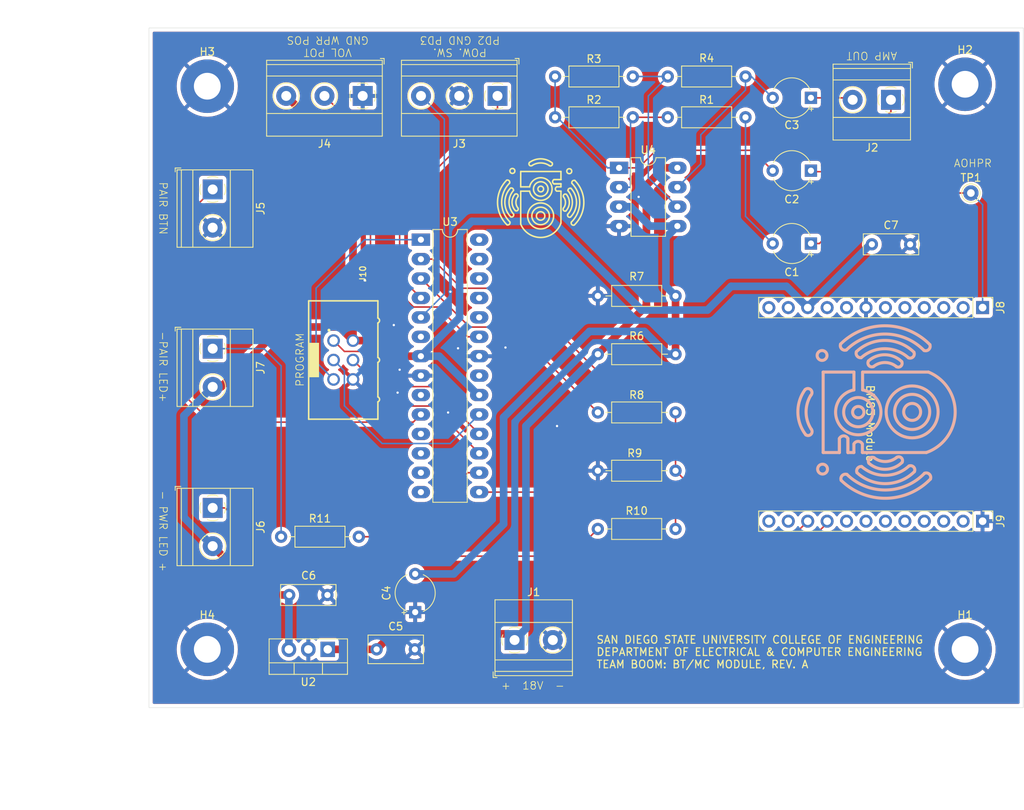
<source format=kicad_pcb>
(kicad_pcb (version 20240108) (generator "pcbnew") (generator_version "8.0")
  (layers (0 "F.Cu" signal) (31 "B.Cu" signal) (34 "B.Paste" user) (35 "F.Paste" user) (36 "B.SilkS" user "B.Silkscreen") (37 "F.SilkS" user "F.Silkscreen") (38 "B.Mask" user) (39 "F.Mask" user) (44 "Edge.Cuts" user))
  (net 0 "")
  (net 1 "Net-(C1-Pad2)")
  (net 2 "AOHPR")
  (net 3 "Net-(J2-Pin_1)")
  (net 4 "Net-(C2-Pad2)")
  (net 5 "Net-(C3-Pad2)")
  (net 6 "Net-(J2-Pin_2)")
  (net 7 "GND")
  (net 8 "8V")
  (net 9 "18V")
  (net 10 "5V")
  (net 11 "Net-(J3-Pin_1)")
  (net 12 "Net-(J3-Pin_3)")
  (net 13 "Net-(J4-Pin_2)")
  (net 14 "Net-(J5-Pin_1)")
  (net 15 "Net-(J6-Pin_1)")
  (net 16 "Net-(J7-Pin_1)")
  (net 17 "/AIR")
  (net 20 "AOHPM")
  (net 21 "/P3_2")
  (net 23 "/SYS_PWR")
  (net 25 "/AIL")
  (net 27 "/RST_IN")
  (net 28 "/P3_4{slash}UART_RTS")
  (net 29 "BM83 Rx")
  (net 31 "BM83 Tx")
  (net 33 "/P2_7")
  (net 36 "/P0_5")
  (net 37 "Net-(U4A--)")
  (net 38 "Net-(U4B--)")
  (net 39 "Net-(U3-PB1)")
  (net 40 "Net-(U3-PB2)")
  (net 43 "Atmega TX")
  (net 45 "{slash}RESET")
  (net 47 "MISO")
  (net 48 "SCK")
  (net 55 "MOSI")
  (footprint "Capacitor_THT:C_Rect_L7.0mm_W2.5mm_P5.00mm" (layer "F.Cu") (at 145.3 91.8)
    (property "Reference" "C7" (at 2.5 -2.5 360) (layer "F.SilkS"))
    (property "Value" "0.1uF")
    (pad "1" thru_hole circle (at 0 0) (size 1.6 1.6) (drill 0.8) (layers "*.Cu" "*.Mask") (net 10 "5V"))
    (pad "2" thru_hole circle (at 5 0) (size 1.6 1.6) (drill 0.8) (layers "*.Cu" "*.Mask") (net 7 "GND"))
  )
  (footprint "MountingHole:MountingHole_3.5mm_Pad" (layer "F.Cu") (at 157.48 70.866)
    (property "Reference" "H2" (at 0 -4.5 0) (layer "F.SilkS"))
    (property "Value" "MountingHole_Pad")
    (pad "1" thru_hole circle (at 0 0) (size 7 7) (drill 3.5) (layers "*.Cu" "*.Mask") (net 7 "GND"))
  )
  (footprint "TerminalBlock_Phoenix:TerminalBlock_Phoenix_MKDS-1,5-3_1x03_P5.00mm_Horizontal" (layer "F.Cu") (at 96.36 72.39 180)
    (property "Reference" "J3" (at 5 -6.26 0) (layer "F.SilkS"))
    (property "Value" "PWR SW")
    (pad "1" thru_hole rect (at 0 0 180) (size 2.6 2.6) (drill 1.3) (layers "*.Cu" "*.Mask") (net 11 "Net-(J3-Pin_1)"))
    (pad "2" thru_hole circle (at 5 0 180) (size 2.6 2.6) (drill 1.3) (layers "*.Cu" "*.Mask") (net 7 "GND"))
    (pad "3" thru_hole circle (at 10 0 180) (size 2.6 2.6) (drill 1.3) (layers "*.Cu" "*.Mask") (net 12 "Net-(J3-Pin_3)"))
  )
  (footprint "TerminalBlock_Phoenix:TerminalBlock_Phoenix_MKDS-1,5-2_1x02_P5.00mm_Horizontal" (layer "F.Cu") (at 98.592 143.561)
    (property "Reference" "J1" (at 2.5 -6.26 0) (layer "F.SilkS"))
    (property "Value" "18V")
    (pad "1" thru_hole rect (at 0 0) (size 2.6 2.6) (drill 1.3) (layers "*.Cu" "*.Mask") (net 9 "18V"))
    (pad "2" thru_hole circle (at 5 0) (size 2.6 2.6) (drill 1.3) (layers "*.Cu" "*.Mask") (net 7 "GND"))
  )
  (footprint "Capacitor_THT:CP_Radial_Tantal_D5.0mm_P5.00mm" (layer "F.Cu") (at 137.334 72.644 180)
    (property "Reference" "C3" (at 2.5 -3.556 0) (layer "F.SilkS"))
    (property "Value" "10uF")
    (pad "1" thru_hole rect (at 0 0 180) (size 1.6 1.6) (drill 0.8) (layers "*.Cu" "*.Mask") (net 6 "Net-(J2-Pin_2)"))
    (pad "2" thru_hole circle (at 5 0 180) (size 1.6 1.6) (drill 0.8) (layers "*.Cu" "*.Mask") (net 5 "Net-(C3-Pad2)"))
  )
  (footprint "Resistor_THT:R_Axial_DIN0207_L6.3mm_D2.5mm_P10.16mm_Horizontal" (layer "F.Cu") (at 119.634 121.412 180)
    (property "Reference" "R9" (at 5.334 2.286 0) (layer "F.SilkS"))
    (property "Value" "1.96k")
    (pad "1" thru_hole circle (at 0 0 180) (size 1.6 1.6) (drill 0.8) (layers "*.Cu" "*.Mask") (net 29 "BM83 Rx"))
    (pad "2" thru_hole oval (at 10.16 0 180) (size 1.6 1.6) (drill 0.8) (layers "*.Cu" "*.Mask") (net 7 "GND"))
  )
  (footprint "Capacitor_THT:CP_Radial_Tantal_D5.0mm_P5.00mm" (layer "F.Cu") (at 137.334 91.694 180)
    (property "Reference" "C1" (at 2.5 -3.75 0) (layer "F.SilkS"))
    (property "Value" "10uF")
    (pad "1" thru_hole rect (at 0 0 180) (size 1.6 1.6) (drill 0.8) (layers "*.Cu" "*.Mask") (net 2 "AOHPR"))
    (pad "2" thru_hole circle (at 5 0 180) (size 1.6 1.6) (drill 0.8) (layers "*.Cu" "*.Mask") (net 1 "Net-(C1-Pad2)"))
  )
  (footprint "Resistor_THT:R_Axial_DIN0207_L6.3mm_D2.5mm_P10.16mm_Horizontal" (layer "F.Cu") (at 114.046 75.184 180)
    (property "Reference" "R2" (at 5.08 2.286 0) (layer "F.SilkS"))
    (property "Value" "4.7k")
    (pad "1" thru_hole circle (at 0 0 180) (size 1.6 1.6) (drill 0.8) (layers "*.Cu" "*.Mask") (net 37 "Net-(U4A--)"))
    (pad "2" thru_hole oval (at 10.16 0 180) (size 1.6 1.6) (drill 0.8) (layers "*.Cu" "*.Mask") (net 4 "Net-(C2-Pad2)"))
  )
  (footprint "Connector_PinHeader_2.54mm:PinHeader_1x12_P2.54mm_Vertical" (layer "F.Cu") (at 159.771 100.076 -90)
    (property "Reference" "J8" (at 0 -2.33 90) (layer "F.SilkS"))
    (property "Value" "Conn_01x12")
    (pad "1" thru_hole rect (at 0 0 270) (size 1.7 1.7) (drill 1) (layers "*.Cu" "*.Mask") (net 2 "AOHPR"))
    (pad "2" thru_hole oval (at 0 2.54 270) (size 1.7 1.7) (drill 1) (layers "*.Cu" "*.Mask") (net 20 "AOHPM"))
    (pad "3" thru_hole oval (at 0 5.08 270) (size 1.7 1.7) (drill 1) (layers "*.Cu" "*.Mask"))
    (pad "4" thru_hole oval (at 0 7.62 270) (size 1.7 1.7) (drill 1) (layers "*.Cu" "*.Mask"))
    (pad "5" thru_hole oval (at 0 10.16 270) (size 1.7 1.7) (drill 1) (layers "*.Cu" "*.Mask") (net 17 "/AIR"))
    (pad "6" thru_hole oval (at 0 12.7 270) (size 1.7 1.7) (drill 1) (layers "*.Cu" "*.Mask") (net 25 "/AIL"))
    (pad "7" thru_hole oval (at 0 15.24 270) (size 1.7 1.7) (drill 1) (layers "*.Cu" "*.Mask") (net 7 "GND"))
    (pad "8" thru_hole oval (at 0 17.78 270) (size 1.7 1.7) (drill 1) (layers "*.Cu" "*.Mask") (net 21 "/P3_2"))
    (pad "9" thru_hole oval (at 0 20.32 270) (size 1.7 1.7) (drill 1) (layers "*.Cu" "*.Mask"))
    (pad "10" thru_hole oval (at 0 22.86 270) (size 1.7 1.7) (drill 1) (layers "*.Cu" "*.Mask") (net 10 "5V"))
    (pad "11" thru_hole oval (at 0 25.4 270) (size 1.7 1.7) (drill 1) (layers "*.Cu" "*.Mask") (net 23 "/SYS_PWR"))
    (pad "12" thru_hole oval (at 0 27.94 270) (size 1.7 1.7) (drill 1) (layers "*.Cu" "*.Mask"))
  )
  (footprint "TerminalBlock_Phoenix:TerminalBlock_Phoenix_MKDS-1,5-2_1x02_P5.00mm_Horizontal" (layer "F.Cu") (at 59.131 105.45 -90)
    (property "Reference" "J7" (at 2.5 -6.26 90) (layer "F.SilkS"))
    (property "Value" "Pair LED")
    (pad "1" thru_hole rect (at 0 0 270) (size 2.6 2.6) (drill 1.3) (layers "*.Cu" "*.Mask") (net 16 "Net-(J7-Pin_1)"))
    (pad "2" thru_hole circle (at 5 0 270) (size 2.6 2.6) (drill 1.3) (layers "*.Cu" "*.Mask") (net 10 "5V"))
  )
  (footprint "TerminalBlock_Phoenix:TerminalBlock_Phoenix_MKDS-1,5-2_1x02_P5.00mm_Horizontal" (layer "F.Cu") (at 147.788 72.898 180)
    (property "Reference" "J2" (at 2.5 -6.26 0) (layer "F.SilkS"))
    (property "Value" "Out to Amp")
    (pad "1" thru_hole rect (at 0 0 180) (size 2.6 2.6) (drill 1.3) (layers "*.Cu" "*.Mask") (net 3 "Net-(J2-Pin_1)"))
    (pad "2" thru_hole circle (at 5 0 180) (size 2.6 2.6) (drill 1.3) (layers "*.Cu" "*.Mask") (net 6 "Net-(J2-Pin_2)"))
  )
  (footprint "Capacitor_THT:CP_Radial_Tantal_D5.0mm_P5.00mm" (layer "F.Cu") (at 137.334 82.169 180)
    (property "Reference" "C2" (at 2.5 -3.75 0) (layer "F.SilkS"))
    (property "Value" "10uF")
    (pad "1" thru_hole rect (at 0 0 180) (size 1.6 1.6) (drill 0.8) (layers "*.Cu" "*.Mask") (net 3 "Net-(J2-Pin_1)"))
    (pad "2" thru_hole circle (at 5 0 180) (size 1.6 1.6) (drill 0.8) (layers "*.Cu" "*.Mask") (net 4 "Net-(C2-Pad2)"))
  )
  (footprint "MountingHole:MountingHole_3.5mm_Pad" (layer "F.Cu") (at 157.48 144.78)
    (property "Reference" "H1" (at 0 -4.5 0) (layer "F.SilkS"))
    (property "Value" "MountingHole_Pad")
    (pad "1" thru_hole circle (at 0 0) (size 7 7) (drill 3.5) (layers "*.Cu" "*.Mask") (net 7 "GND"))
  )
  (footprint "MountingHole:MountingHole_3.5mm_Pad" (layer "F.Cu") (at 58.42 144.78)
    (property "Reference" "H4" (at 0 -4.5 0) (layer "F.SilkS"))
    (property "Value" "MountingHole_Pad")
    (pad "1" thru_hole circle (at 0 0) (size 7 7) (drill 3.5) (layers "*.Cu" "*.Mask") (net 7 "GND"))
  )
  (footprint "TerminalBlock_Phoenix:TerminalBlock_Phoenix_MKDS-1,5-2_1x02_P5.00mm_Horizontal" (layer "F.Cu") (at 59.131 84.622 -90)
    (property "Reference" "J5" (at 2.5 -6.26 90) (layer "F.SilkS"))
    (property "Value" "Pairing BTN")
    (pad "1" thru_hole rect (at 0 0 270) (size 2.6 2.6) (drill 1.3) (layers "*.Cu" "*.Mask") (net 14 "Net-(J5-Pin_1)"))
    (pad "2" thru_hole circle (at 5 0 270) (size 2.6 2.6) (drill 1.3) (layers "*.Cu" "*.Mask") (net 7 "GND"))
  )
  (footprint "Package_DIP:DIP-8_W7.62mm_LongPads" (layer "F.Cu") (at 112.253 81.798)
    (property "Reference" "U4" (at 3.81 -2.33 0) (layer "F.SilkS"))
    (property "Value" "LF353N")
    (pad "1" thru_hole rect (at 0 0) (size 2.4 1.6) (drill 0.8) (layers "*.Cu" "*.Mask") (net 4 "Net-(C2-Pad2)"))
    (pad "2" thru_hole oval (at 0 2.54) (size 2.4 1.6) (drill 0.8) (layers "*.Cu" "*.Mask") (net 37 "Net-(U4A--)"))
    (pad "3" thru_hole oval (at 0 5.08) (size 2.4 1.6) (drill 0.8) (layers "*.Cu" "*.Mask") (net 8 "8V"))
    (pad "4" thru_hole oval (at 0 7.62) (size 2.4 1.6) (drill 0.8) (layers "*.Cu" "*.Mask") (net 7 "GND"))
    (pad "5" thru_hole oval (at 7.62 7.62) (size 2.4 1.6) (drill 0.8) (layers "*.Cu" "*.Mask") (net 8 "8V"))
    (pad "6" thru_hole oval (at 7.62 5.08) (size 2.4 1.6) (drill 0.8) (layers "*.Cu" "*.Mask") (net 38 "Net-(U4B--)"))
    (pad "7" thru_hole oval (at 7.62 2.54) (size 2.4 1.6) (drill 0.8) (layers "*.Cu" "*.Mask") (net 5 "Net-(C3-Pad2)"))
    (pad "8" thru_hole oval (at 7.62 0) (size 2.4 1.6) (drill 0.8) (layers "*.Cu" "*.Mask") (net 9 "18V"))
  )
  (footprint "Z_Custom_Footprints:ICE_Header" (layer "F.Cu") (at 76.2 106.934 -90)
    (property "Reference" "J10" (at -11.27 -2.561 90) (layer "F.SilkS") (effects (font (size 0.8 0.8))))
    (property "Value" "ICE Header")
    (property "VALUE" "61200621621" (hide yes))
    (pad "1" thru_hole circle (at -2.54 1.27 270) (size 1.65 1.65) (drill 1.1) (layers "*.Cu" "*.Mask") (net 47 "MISO"))
    (pad "2" thru_hole circle (at -2.54 -1.27 270) (size 1.65 1.65) (drill 1.1) (layers "*.Cu" "*.Mask") (net 10 "5V"))
    (pad "3" thru_hole circle (at 0 1.27 270) (size 1.65 1.65) (drill 1.1) (layers "*.Cu" "*.Mask") (net 48 "SCK"))
    (pad "4" thru_hole circle (at 0 -1.27 270) (size 1.65 1.65) (drill 1.1) (layers "*.Cu" "*.Mask") (net 55 "MOSI"))
    (pad "5" thru_hole circle (at 2.54 1.27 270) (size 1.65 1.65) (drill 1.1) (layers "*.Cu" "*.Mask") (net 45 "{slash}RESET"))
    (pad "6" thru_hole circle (at 2.54 -1.27 270) (size 1.65 1.65) (drill 1.1) (layers "*.Cu" "*.Mask") (net 7 "GND"))
  )
  (footprint "Capacitor_THT:CP_Radial_Tantal_D5.0mm_P5.00mm" (layer "F.Cu") (at 85.598 139.914 90)
    (property "Reference" "C4" (at 2.5 -3.75 90) (layer "F.SilkS"))
    (property "Value" "10uF")
    (pad "1" thru_hole rect (at 0 0 90) (size 1.6 1.6) (drill 0.8) (layers "*.Cu" "*.Mask") (net 7 "GND"))
    (pad "2" thru_hole circle (at 5 0 90) (size 1.6 1.6) (drill 0.8) (layers "*.Cu" "*.Mask") (net 8 "8V"))
  )
  (footprint "Resistor_THT:R_Axial_DIN0207_L6.3mm_D2.5mm_P10.16mm_Horizontal" (layer "F.Cu") (at 109.474 129.032)
    (property "Reference" "R10" (at 5.08 -2.37 0) (layer "F.SilkS"))
    (property "Value" "100")
    (pad "1" thru_hole circle (at 0 0) (size 1.6 1.6) (drill 0.8) (layers "*.Cu" "*.Mask") (net 15 "Net-(J6-Pin_1)"))
    (pad "2" thru_hole oval (at 10.16 0) (size 1.6 1.6) (drill 0.8) (layers "*.Cu" "*.Mask") (net 39 "Net-(U3-PB1)"))
  )
  (footprint "Resistor_THT:R_Axial_DIN0207_L6.3mm_D2.5mm_P10.16mm_Horizontal" (layer "F.Cu") (at 128.778 75.184 180)
    (property "Reference" "R1" (at 5.08 2.286 0) (layer "F.SilkS"))
    (property "Value" "1k")
    (pad "1" thru_hole circle (at 0 0 180) (size 1.6 1.6) (drill 0.8) (layers "*.Cu" "*.Mask") (net 1 "Net-(C1-Pad2)"))
    (pad "2" thru_hole oval (at 10.16 0 180) (size 1.6 1.6) (drill 0.8) (layers "*.Cu" "*.Mask") (net 37 "Net-(U4A--)"))
  )
  (footprint "Resistor_THT:R_Axial_DIN0207_L6.3mm_D2.5mm_P10.16mm_Horizontal" (layer "F.Cu") (at 119.634 98.552 180)
    (property "Reference" "R7" (at 5.08 2.54 0) (layer "F.SilkS"))
    (property "Value" "12k")
    (pad "1" thru_hole circle (at 0 0 180) (size 1.6 1.6) (drill 0.8) (layers "*.Cu" "*.Mask") (net 8 "8V"))
    (pad "2" thru_hole oval (at 10.16 0 180) (size 1.6 1.6) (drill 0.8) (layers "*.Cu" "*.Mask") (net 7 "GND"))
  )
  (footprint "Package_DIP:DIP-28_W7.62mm_LongPads" (layer "F.Cu") (at 86.345 91.196)
    (property "Reference" "U3" (at 3.81 -2.33 0) (layer "F.SilkS"))
    (property "Value" "ATmega328P-P")
    (pad "1" thru_hole rect (at 0 0) (size 2.4 1.6) (drill 0.8) (layers "*.Cu" "*.Mask") (net 45 "{slash}RESET"))
    (pad "2" thru_hole oval (at 0 2.54) (size 2.4 1.6) (drill 0.8) (layers "*.Cu" "*.Mask") (net 31 "BM83 Tx"))
    (pad "3" thru_hole oval (at 0 5.08) (size 2.4 1.6) (drill 0.8) (layers "*.Cu" "*.Mask") (net 43 "Atmega TX"))
    (pad "4" thru_hole oval (at 0 7.62) (size 2.4 1.6) (drill 0.8) (layers "*.Cu" "*.Mask") (net 11 "Net-(J3-Pin_1)"))
    (pad "5" thru_hole oval (at 0 10.16) (size 2.4 1.6) (drill 0.8) (layers "*.Cu" "*.Mask") (net 12 "Net-(J3-Pin_3)"))
    (pad "6" thru_hole oval (at 0 12.7) (size 2.4 1.6) (drill 0.8) (layers "*.Cu" "*.Mask"))
    (pad "7" thru_hole oval (at 0 15.24) (size 2.4 1.6) (drill 0.8) (layers "*.Cu" "*.Mask") (net 10 "5V"))
    (pad "8" thru_hole oval (at 0 17.78) (size 2.4 1.6) (drill 0.8) (layers "*.Cu" "*.Mask") (net 7 "GND"))
    (pad "9" thru_hole oval (at 0 20.32) (size 2.4 1.6) (drill 0.8) (layers "*.Cu" "*.Mask"))
    (pad "10" thru_hole oval (at 0 22.86) (size 2.4 1.6) (drill 0.8) (layers "*.Cu" "*.Mask") (net 14 "Net-(J5-Pin_1)"))
    (pad "11" thru_hole oval (at 0 25.4) (size 2.4 1.6) (drill 0.8) (layers "*.Cu" "*.Mask"))
    (pad "12" thru_hole oval (at 0 27.94) (size 2.4 1.6) (drill 0.8) (layers "*.Cu" "*.Mask"))
    (pad "13" thru_hole oval (at 0 30.48) (size 2.4 1.6) (drill 0.8) (layers "*.Cu" "*.Mask"))
    (pad "14" thru_hole oval (at 0 33.02) (size 2.4 1.6) (drill 0.8) (layers "*.Cu" "*.Mask"))
    (pad "15" thru_hole oval (at 7.62 33.02) (size 2.4 1.6) (drill 0.8) (layers "*.Cu" "*.Mask") (net 39 "Net-(U3-PB1)"))
    (pad "16" thru_hole oval (at 7.62 30.48) (size 2.4 1.6) (drill 0.8) (layers "*.Cu" "*.Mask") (net 40 "Net-(U3-PB2)"))
    (pad "17" thru_hole oval (at 7.62 27.94) (size 2.4 1.6) (drill 0.8) (layers "*.Cu" "*.Mask") (net 55 "MOSI"))
    (pad "18" thru_hole oval (at 7.62 25.4) (size 2.4 1.6) (drill 0.8) (layers "*.Cu" "*.Mask") (net 47 "MISO"))
    (pad "19" thru_hole oval (at 7.62 22.86) (size 2.4 1.6) (drill 0.8) (layers "*.Cu" "*.Mask") (net 48 "SCK"))
    (pad "20" thru_hole oval (at 7.62 20.32) (size 2.4 1.6) (drill 0.8) (layers "*.Cu" "*.Mask") (net 10 "5V"))
    (pad "21" thru_hole oval (at 7.62 17.78) (size 2.4 1.6) (drill 0.8) (layers "*.Cu" "*.Mask"))
    (pad "22" thru_hole oval (at 7.62 15.24) (size 2.4 1.6) (drill 0.8) (layers "*.Cu" "*.Mask") (net 7 "GND"))
    (pad "23" thru_hole oval (at 7.62 12.7) (size 2.4 1.6) (drill 0.8) (layers "*.Cu" "*.Mask") (net 13 "Net-(J4-Pin_2)"))
    (pad "24" thru_hole oval (at 7.62 10.16) (size 2.4 1.6) (drill 0.8) (layers "*.Cu" "*.Mask"))
    (pad "25" thru_hole oval (at 7.62 7.62) (size 2.4 1.6) (drill 0.8) (layers "*.Cu" "*.Mask"))
    (pad "26" thru_hole oval (at 7.62 5.08) (size 2.4 1.6) (drill 0.8) (layers "*.Cu" "*.Mask"))
    (pad "27" thru_hole oval (at 7.62 2.54) (size 2.4 1.6) (drill 0.8) (layers "*.Cu" "*.Mask"))
    (pad "28" thru_hole oval (at 7.62 0) (size 2.4 1.6) (drill 0.8) (layers "*.Cu" "*.Mask"))
  )
  (footprint "Resistor_THT:R_Axial_DIN0207_L6.3mm_D2.5mm_P10.16mm_Horizontal" (layer "F.Cu") (at 118.618 69.85)
    (property "Reference" "R4" (at 5.08 -2.391 0) (layer "F.SilkS"))
    (property "Value" "10k")
    (pad "1" thru_hole circle (at 0 0) (size 1.6 1.6) (drill 0.8) (layers "*.Cu" "*.Mask") (net 38 "Net-(U4B--)"))
    (pad "2" thru_hole oval (at 10.16 0) (size 1.6 1.6) (drill 0.8) (layers "*.Cu" "*.Mask") (net 5 "Net-(C3-Pad2)"))
  )
  (footprint "Capacitor_THT:C_Rect_L7.0mm_W3.5mm_P5.00mm" (layer "F.Cu") (at 80.558 144.78)
    (property "Reference" "C5" (at 2.5 -3 0) (layer "F.SilkS"))
    (property "Value" "0.22uF")
    (pad "1" thru_hole circle (at 0 0) (size 1.6 1.6) (drill 0.8) (layers "*.Cu" "*.Mask") (net 9 "18V"))
    (pad "2" thru_hole circle (at 5 0) (size 1.6 1.6) (drill 0.8) (layers "*.Cu" "*.Mask") (net 7 "GND"))
  )
  (footprint "Resistor_THT:R_Axial_DIN0207_L6.3mm_D2.5mm_P10.16mm_Horizontal" (layer "F.Cu") (at 109.474 113.792)
    (property "Reference" "R8" (at 5.08 -2.286 0) (layer "F.SilkS"))
    (property "Value" "1k")
    (pad "1" thru_hole circle (at 0 0) (size 1.6 1.6) (drill 0.8) (layers "*.Cu" "*.Mask") (net 43 "Atmega TX"))
    (pad "2" thru_hole oval (at 10.16 0) (size 1.6 1.6) (drill 0.8) (layers "*.Cu" "*.Mask") (net 29 "BM83 Rx"))
  )
  (footprint "MountingHole:MountingHole_3.5mm_Pad" (layer "F.Cu") (at 58.42 71.12)
    (property "Reference" "H3" (at 0 -4.5 0) (layer "F.SilkS"))
    (property "Value" "MountingHole_Pad")
    (pad "1" thru_hole circle (at 0 0) (size 7 7) (drill 3.5) (layers "*.Cu" "*.Mask") (net 7 "GND"))
  )
  (footprint "Connector_PinHeader_2.54mm:PinHeader_1x12_P2.54mm_Vertical" (layer "F.Cu") (at 159.771 128.016 -90)
    (property "Reference" "J9" (at 0 -2.33 90) (layer "F.SilkS"))
    (property "Value" "Conn_01x12")
    (pad "1" thru_hole rect (at 0 0 270) (size 1.7 1.7) (drill 1) (layers "*.Cu" "*.Mask") (net 7 "GND"))
    (pad "2" thru_hole oval (at 0 2.54 270) (size 1.7 1.7) (drill 1) (layers "*.Cu" "*.Mask") (net 27 "/RST_IN"))
    (pad "3" thru_hole oval (at 0 5.08 270) (size 1.7 1.7) (drill 1) (layers "*.Cu" "*.Mask") (net 33 "/P2_7"))
    (pad "4" thru_hole oval (at 0 7.62 270) (size 1.7 1.7) (drill 1) (layers "*.Cu" "*.Mask") (net 36 "/P0_5"))
    (pad "5" thru_hole oval (at 0 10.16 270) (size 1.7 1.7) (drill 1) (layers "*.Cu" "*.Mask"))
    (pad "6" thru_hole oval (at 0 12.7 270) (size 1.7 1.7) (drill 1) (layers "*.Cu" "*.Mask"))
    (pad "7" thru_hole oval (at 0 15.24 270) (size 1.7 1.7) (drill 1) (layers "*.Cu" "*.Mask") (net 28 "/P3_4{slash}UART_RTS"))
    (pad "8" thru_hole oval (at 0 17.78 270) (size 1.7 1.7) (drill 1) (layers "*.Cu" "*.Mask"))
    (pad "9" thru_hole oval (at 0 20.32 270) (size 1.7 1.7) (drill 1) (layers "*.Cu" "*.Mask") (net 31 "BM83 Tx"))
    (pad "10" thru_hole oval (at 0 22.86 270) (size 1.7 1.7) (drill 1) (layers "*.Cu" "*.Mask") (net 29 "BM83 Rx"))
    (pad "11" thru_hole oval (at 0 25.4 270) (size 1.7 1.7) (drill 1) (layers "*.Cu" "*.Mask"))
    (pad "12" thru_hole oval (at 0 27.94 270) (size 1.7 1.7) (drill 1) (layers "*.Cu" "*.Mask"))
  )
  (footprint "TerminalBlock_Phoenix:TerminalBlock_Phoenix_MKDS-1,5-2_1x02_P5.00mm_Horizontal" (layer "F.Cu") (at 59.131 126.278 -90)
    (property "Reference" "J6" (at 2.5 -6.26 90) (layer "F.SilkS"))
    (property "Value" "PWR LED")
    (pad "1" thru_hole rect (at 0 0 270) (size 2.6 2.6) (drill 1.3) (layers "*.Cu" "*.Mask") (net 15 "Net-(J6-Pin_1)"))
    (pad "2" thru_hole circle (at 5 0 270) (size 2.6 2.6) (drill 1.3) (layers "*.Cu" "*.Mask") (net 10 "5V"))
  )
  (footprint "Resistor_THT:R_Axial_DIN0207_L6.3mm_D2.5mm_P10.16mm_Horizontal" (layer "F.Cu") (at 68.072 130.048)
    (property "Reference" "R11" (at 5.08 -2.37 0) (layer "F.SilkS"))
    (property "Value" "100")
    (pad "1" thru_hole circle (at 0 0) (size 1.6 1.6) (drill 0.8) (layers "*.Cu" "*.Mask") (net 16 "Net-(J7-Pin_1)"))
    (pad "2" thru_hole oval (at 10.16 0) (size 1.6 1.6) (drill 0.8) (layers "*.Cu" "*.Mask") (net 40 "Net-(U3-PB2)"))
  )
  (footprint "TerminalBlock_Phoenix:TerminalBlock_Phoenix_MKDS-1,5-3_1x03_P5.00mm_Horizontal" (layer "F.Cu") (at 78.74 72.39 180)
    (property "Reference" "J4" (at 5 -6.26 0) (layer "F.SilkS"))
    (property "Value" "Volume POT")
    (pad "1" thru_hole rect (at 0 0 180) (size 2.6 2.6) (drill 1.3) (layers "*.Cu" "*.Mask") (net 7 "GND"))
    (pad "2" thru_hole circle (at 5 0 180) (size 2.6 2.6) (drill 1.3) (layers "*.Cu" "*.Mask") (net 13 "Net-(J4-Pin_2)"))
    (pad "3" thru_hole circle (at 10 0 180) (size 2.6 2.6) (drill 1.3) (layers "*.Cu" "*.Mask") (net 10 "5V"))
  )
  (footprint "TestPoint:TestPoint_THTPad_D2.0mm_Drill1.0mm" (layer "F.Cu") (at 158.242 85.09)
    (property "Reference" "TP1" (at 0 -1.998 0) (layer "F.SilkS"))
    (property "Value" "AOHPR")
    (pad "1" thru_hole circle (at 0 0) (size 2 2) (drill 1) (layers "*.Cu" "*.Mask") (net 2 "AOHPR"))
  )
  (footprint "Package_TO_SOT_THT:TO-220-3_Vertical" (layer "F.Cu") (at 74.168 144.78 180)
    (property "Reference" "U2" (at 2.54 -4.27 0) (layer "F.SilkS"))
    (property "Value" "LM7805_TO220")
    (pad "1" thru_hole rect (at 0 0 180) (size 1.905 2) (drill 1.1) (layers "*.Cu" "*.Mask") (net 9 "18V"))
    (pad "2" thru_hole oval (at 2.54 0 180) (size 1.905 2) (drill 1.1) (layers "*.Cu" "*.Mask") (net 7 "GND"))
    (pad "3" thru_hole oval (at 5.08 0 180) (size 1.905 2) (drill 1.1) (layers "*.Cu" "*.Mask") (net 10 "5V"))
  )
  (footprint "Capacitor_THT:C_Rect_L7.0mm_W2.5mm_P5.00mm" (layer "F.Cu") (at 69.128 137.668)
    (property "Reference" "C6" (at 2.54 -2.54 0) (layer "F.SilkS"))
    (property "Value" "0.1uF")
    (pad "1" thru_hole circle (at 0 0) (size 1.6 1.6) (drill 0.8) (layers "*.Cu" "*.Mask") (net 10 "5V"))
    (pad "2" thru_hole circle (at 5 0) (size 1.6 1.6) (drill 0.8) (layers "*.Cu" "*.Mask") (net 7 "GND"))
  )
  (footprint "Resistor_THT:R_Axial_DIN0207_L6.3mm_D2.5mm_P10.16mm_Horizontal" (layer "F.Cu") (at 114.046 69.85 180)
    (property "Reference" "R3" (at 5.08 2.286 0) (layer "F.SilkS"))
    (property "Value" "10k")
    (pad "1" thru_hole circle (at 0 0 180) (size 1.6 1.6) (drill 0.8) (layers "*.Cu" "*.Mask") (net 38 "Net-(U4B--)"))
    (pad "2" thru_hole oval (at 10.16 0 180) (size 1.6 1.6) (drill 0.8) (layers "*.Cu" "*.Mask") (net 4 "Net-(C2-Pad2)"))
  )
  (footprint "Resistor_THT:R_Axial_DIN0207_L6.3mm_D2.5mm_P10.16mm_Horizontal" (layer "F.Cu") (at 109.474 106.172)
    (property "Reference" "R6" (at 5.08 -2.37 0) (layer "F.SilkS"))
    (property "Value" "15k")
    (pad "1" thru_hole circle (at 0 0) (size 1.6 1.6) (drill 0.8) (layers "*.Cu" "*.Mask") (net 9 "18V"))
    (pad "2" thru_hole oval (at 10.16 0) (size 1.6 1.6) (drill 0.8) (layers "*.Cu" "*.Mask") (net 8 "8V"))
  )
  (gr_arc (start 150.794111 105.909759) (mid 150.686406 106.520636) (end 150.078452 106.643967) (stroke (width 0.4)) (layer "B.SilkS"))
  (gr_arc (start 152.8815 104.923872) (mid 152.741671 105.554341) (end 152.108481 105.681373) (stroke (width 0.4)) (layer "B.SilkS"))
  (gr_line (start 142.953716 110.843949) (end 142.953716 108.511315) (stroke (width 0.4)) (layer "B.SilkS"))
  (gr_line (start 152.69005 108.511315) (end 144.085627 108.511315) (stroke (width 0.4)) (layer "B.SilkS"))
  (gr_arc (start 152.178572 121.747072) (mid 147.143584 123.934409) (end 142.043643 121.903116) (stroke (width 0.4)) (layer "B.SilkS"))
  (gr_arc (start 141.972577 105.613765) (mid 147.0546 103.53805) (end 152.108481 105.681373) (stroke (width 0.4)) (layer "B.SilkS"))
  (gr_arc (start 137.355993 115.951912) (mid 137.345224 116.641012) (end 136.660091 116.715868) (stroke (width 0.4)) (layer "B.SilkS"))
  (gr_arc (start 145.529709 107.776815) (mid 147.013967 107.263895) (end 148.492593 107.792828) (stroke (width 0.4)) (layer "B.SilkS"))
  (gr_line (start 138.930369 108.511315) (end 138.930369 119.032421) (stroke (width 0.4)) (layer "B.SilkS"))
  (gr_arc (start 144.085627 110.843982) (mid 143.519499 116.714322) (end 142.953716 110.843949) (stroke (width 0.4)) (layer "B.SilkS"))
  (gr_line (start 141.053043 119.032421) (end 141.053043 117.204302) (stroke (width 0.4)) (layer "B.SilkS"))
  (gr_arc (start 152.178572 121.747072) (mid 152.812841 121.868564) (end 152.958171 122.497799) (stroke (width 0.4)) (layer "B.SilkS"))
  (gr_arc (start 136.563438 110.816967) (mid 137.312702 110.821995) (end 137.307666 111.571253) (stroke (width 0.4)) (layer "B.SilkS"))
  (gr_line (start 142.16364 119.032421) (end 142.947014 119.032421) (stroke (width 0.4)) (layer "B.SilkS"))
  (gr_circle (center 150.561811 113.721123) (end 150.561811 117.116624) (stroke (width 0.4)) (fill none) (layer "B.SilkS"))
  (gr_circle (center 150.561811 113.721123) (end 150.561811 116.018418) (stroke (width 0.4)) (fill none) (layer "B.SilkS"))
  (gr_circle (center 143.519541 113.751846) (end 143.519541 114.496537) (stroke (width 0.4)) (fill none) (layer "B.SilkS"))
  (gr_arc (start 148.544399 119.667247) (mid 147.070443 120.209061) (end 145.581767 119.709111) (stroke (width 0.4)) (layer "B.SilkS"))
  (gr_line (start 141.053043 117.204302) (end 141.053043 119.032421) (stroke (width 0.4)) (layer "B.SilkS"))
  (gr_arc (start 149.251822 120.317729) (mid 147.107223 121.224939) (end 144.91473 120.440528) (stroke (width 0.4)) (layer "B.SilkS"))
  (gr_line (start 142.16364 117.204302) (end 142.16364 119.032421) (stroke (width 0.4)) (layer "B.SilkS"))
  (gr_arc (start 141.972577 105.613765) (mid 141.346253 105.473208) (end 141.209731 104.846019) (stroke (width 0.4)) (layer "B.SilkS"))
  (gr_circle (center 138.851728 121.205208) (end 138.851728 121.850378) (stroke (width 0.4)) (fill none) (layer "B.SilkS"))
  (gr_arc (start 152.69005 108.511315) (mid 156.18773 113.86427) (end 152.422348 119.032421) (stroke (width 0.4)) (layer "B.SilkS"))
  (gr_line (start 144.057611 117.922791) (end 144.057611 119.032421) (stroke (width 0.4)) (layer "B.SilkS"))
  (gr_arc (start 150.862259 121.530163) (mid 147.132797 123.103503) (end 143.348963 121.66583) (stroke (width 0.4)) (layer "B.SilkS"))
  (gr_arc (start 141.287526 122.677488) (mid 141.418605 122.049146) (end 142.043643 121.903116) (stroke (width 0.4)) (layer "B.SilkS"))
  (gr_arc (start 144.91473 120.440528) (mid 144.970602 119.821602) (end 145.581767 119.709111) (stroke (width 0.4)) (layer "B.SilkS"))
  (gr_line (start 138.930369 119.032421) (end 141.053043 119.032421) (stroke (width 0.4)) (layer "B.SilkS"))
  (gr_line (start 142.16364 117.204303) (end 142.16364 119.032421) (stroke (width 0.4)) (layer "B.SilkS"))
  (gr_arc (start 150.140221 120.802227) (mid 147.066255 122.015473) (end 143.966205 120.870526) (stroke (width 0.4)) (layer "B.SilkS"))
  (gr_arc (start 144.856316 107.051246) (mid 147.041882 106.247738) (end 149.194314 107.136198) (stroke (width 0.4)) (layer "B.SilkS"))
  (gr_arc (start 136.660091 116.715868) (mid 135.62654 113.782562) (end 136.563438 110.816967) (stroke (width 0.4)) (layer "B.SilkS"))
  (gr_circle (center 150.561811 113.721123) (end 150.561811 114.828858) (stroke (width 0.4)) (fill none) (layer "B.SilkS"))
  (gr_arc (start 152.958171 122.497799) (mid 147.160246 125.016578) (end 141.287526 122.677488) (stroke (width 0.4)) (layer "B.SilkS"))
  (gr_arc (start 141.053043 117.204302) (mid 141.608344 116.857103) (end 142.16364 117.204303) (stroke (width 0.4)) (layer "B.SilkS"))
  (gr_arc (start 143.348963 121.66583) (mid 143.428707 121.090546) (end 143.966205 120.870526) (stroke (width 0.4)) (layer "B.SilkS"))
  (gr_line (start 142.947014 119.032421) (end 142.947014 117.922682) (stroke (width 0.4)) (layer "B.SilkS"))
  (gr_arc (start 143.279918 105.839652) (mid 147.051063 104.369016) (end 150.794111 105.909759) (stroke (width 0.4)) (layer "B.SilkS"))
  (gr_arc (start 149.194314 107.136198) (mid 149.091362 107.729471) (end 148.492593 107.792828) (stroke (width 0.4)) (layer "B.SilkS"))
  (gr_arc (start 137.355993 115.951912) (mid 136.698354 113.768571) (end 137.307666 111.571253) (stroke (width 0.4)) (layer "B.SilkS"))
  (gr_line (start 144.057611 119.032421) (end 152.422348 119.032421) (stroke (width 0.4)) (layer "B.SilkS"))
  (gr_arc (start 143.904075 106.629541) (mid 146.994018 105.457595) (end 150.078452 106.643967) (stroke (width 0.4)) (layer "B.SilkS"))
  (gr_arc (start 148.544399 119.667247) (mid 149.143698 119.725407) (end 149.251822 120.317729) (stroke (width 0.4)) (layer "B.SilkS"))
  (gr_arc (start 143.904075 106.629541) (mid 143.364671 106.414238) (end 143.279918 105.839652) (stroke (width 0.4)) (layer "B.SilkS"))
  (gr_arc (start 141.209731 104.846019) (mid 147.061818 102.455777) (end 152.8815 104.923872) (stroke (width 0.4)) (layer "B.SilkS"))
  (gr_arc (start 150.140221 120.802227) (mid 150.749227 120.920219) (end 150.862259 121.530163) (stroke (width 0.4)) (layer "B.SilkS"))
  (gr_line (start 144.085627 108.511315) (end 144.085627 110.843982) (stroke (width 0.4)) (layer "B.SilkS"))
  (gr_arc (start 145.529709 107.776815) (mid 144.917586 107.669649) (end 144.856316 107.051246) (stroke (width 0.4)) (layer "B.SilkS"))
  (gr_circle (center 138.786873 106.339497) (end 138.786873 106.984666) (stroke (width 0.4)) (fill none) (layer "B.SilkS"))
  (gr_arc (start 142.947014 117.922682) (mid 143.502347 117.575572) (end 144.057611 117.922791) (stroke (width 0.4)) (layer "B.SilkS"))
  (gr_line (start 142.953716 108.511315) (end 138.930369 108.511315) (stroke (width 0.4)) (layer "B.SilkS"))
  (gr_circle (center 143.519541 113.751846) (end 143.519541 115.663696) (stroke (width 0.4)) (fill none) (layer "B.SilkS"))
  (gr_line (start 104.652879 82.273391) (end 104.652879 83.334728) (stroke (width 0.2)) (layer "F.SilkS"))
  (gr_circle (center 102.012592 84.567977) (end 102.968517 84.567977) (stroke (width 0.2)) (fill none) (layer "F.SilkS"))
  (gr_circle (center 101.99723 88.089112) (end 103.145878 88.089112) (stroke (width 0.2)) (fill none) (layer "F.SilkS"))
  (gr_arc (start 106.475413 83.45197) (mid 107.644958 86.38833) (end 106.385569 89.287292) (stroke (width 0.2)) (layer "F.SilkS"))
  (gr_line (start 99.392326 84.85102) (end 100.558669 84.85102) (stroke (width 0.2)) (layer "F.SilkS"))
  (gr_arc (start 98.458652 87.847433) (mid 98.397019 88.15141) (end 98.091548 88.205262) (stroke (width 0.2)) (layer "F.SilkS"))
  (gr_arc (start 104.991224 85.59909) (mid 105.241192 86.343427) (end 104.970292 87.080406) (stroke (width 0.2)) (layer "F.SilkS"))
  (gr_circle (center 98.306417 82.201643) (end 98.629002 82.201643) (stroke (width 0.2)) (fill none) (layer "F.SilkS"))
  (gr_arc (start 100.558643 84.285065) (mid 103.49383 84.567956) (end 100.558669 84.85102) (stroke (width 0.2)) (layer "F.SilkS"))
  (gr_arc (start 106.385569 89.287292) (mid 106.070892 89.214644) (end 106.010205 88.897493) (stroke (width 0.2)) (layer "F.SilkS"))
  (gr_line (start 99.392326 89.153231) (end 99.392326 84.85102) (stroke (width 0.2)) (layer "F.SilkS"))
  (gr_arc (start 100.545152 81.089926) (mid 102.027948 80.621477) (end 103.494603 81.138253) (stroke (width 0.2)) (layer "F.SilkS"))
  (gr_line (start 100.558643 84.285065) (end 99.392326 84.285065) (stroke (width 0.2)) (layer "F.SilkS"))
  (gr_arc (start 105.571932 84.791309) (mid 106.144402 86.341334) (end 105.537782 87.878317) (stroke (width 0.2)) (layer "F.SilkS"))
  (gr_arc (start 106.088227 83.830029) (mid 106.161241 83.517509) (end 106.475413 83.45197) (stroke (width 0.2)) (layer "F.SilkS"))
  (gr_line (start 104.652879 83.890027) (end 104.652879 84.281714) (stroke (width 0.2)) (layer "F.SilkS"))
  (gr_line (start 103.73882 83.334728) (end 104.652879 83.334728) (stroke (width 0.2)) (layer "F.SilkS"))
  (gr_arc (start 105.571932 84.791309) (mid 105.681942 84.52256) (end 105.969584 84.482689) (stroke (width 0.2)) (layer "F.SilkS"))
  (gr_line (start 103.73882 83.890027) (end 104.652879 83.890027) (stroke (width 0.2)) (layer "F.SilkS"))
  (gr_arc (start 100.922295 81.46204) (mid 102.020951 81.157395) (end 103.112625 81.486204) (stroke (width 0.2)) (layer "F.SilkS"))
  (gr_arc (start 98.458652 87.847433) (mid 97.865465 86.305216) (end 98.451439 84.760244) (stroke (width 0.2)) (layer "F.SilkS"))
  (gr_arc (start 98.091548 88.205262) (mid 97.321178 86.333738) (end 98.056495 84.448166) (stroke (width 0.2)) (layer "F.SilkS"))
  (gr_arc (start 105.969584 84.482689) (mid 106.688418 86.374604) (end 105.90175 88.239336) (stroke (width 0.2)) (layer "F.SilkS"))
  (gr_line (start 104.652879 84.837013) (end 104.652879 89.019382) (stroke (width 0.2)) (layer "F.SilkS"))
  (gr_arc (start 97.598605 89.248957) (mid 96.364557 86.339117) (end 97.559679 83.413073) (stroke (width 0.2)) (layer "F.SilkS"))
  (gr_arc (start 104.098064 84.837013) (mid 103.924458 84.559362) (end 104.098064 84.281714) (stroke (width 0.2)) (layer "F.SilkS"))
  (gr_arc (start 104.652879 89.019382) (mid 102.068803 90.902072) (end 99.392326 89.153231) (stroke (width 0.2)) (layer "F.SilkS"))
  (gr_arc (start 106.088227 83.830029) (mid 107.103874 86.379999) (end 106.010205 88.897493) (stroke (width 0.2)) (layer "F.SilkS"))
  (gr_arc (start 103.73882 83.890027) (mid 103.565268 83.61239) (end 103.73882 83.334728) (stroke (width 0.2)) (layer "F.SilkS"))
  (gr_line (start 104.652879 84.281714) (end 104.098064 84.281714) (stroke (width 0.2)) (layer "F.SilkS"))
  (gr_circle (center 102.012592 84.567977) (end 102.384937 84.567977) (stroke (width 0.2)) (fill none) (layer "F.SilkS"))
  (gr_arc (start 105.295533 87.434118) (mid 104.999442 87.380039) (end 104.970292 87.080406) (stroke (width 0.2)) (layer "F.SilkS"))
  (gr_arc (start 104.991224 85.59909) (mid 105.047455 85.293454) (end 105.356933 85.265572) (stroke (width 0.2)) (layer "F.SilkS"))
  (gr_circle (center 101.99723 88.089112) (end 103.694981 88.089112) (stroke (width 0.2)) (fill none) (layer "F.SilkS"))
  (gr_line (start 103.73882 83.890027) (end 104.652879 83.890027) (stroke (width 0.2)) (layer "F.SilkS"))
  (gr_arc (start 103.494603 81.138253) (mid 103.457184 81.480737) (end 103.112625 81.486204) (stroke (width 0.2)) (layer "F.SilkS"))
  (gr_line (start 104.098064 84.837013) (end 104.652879 84.837013) (stroke (width 0.2)) (layer "F.SilkS"))
  (gr_circle (center 105.739273 82.234071) (end 106.061858 82.234071) (stroke (width 0.2)) (fill none) (layer "F.SilkS"))
  (gr_arc (start 99.033083 87.054504) (mid 99.001387 87.353872) (end 98.704768 87.405364) (stroke (width 0.2)) (layer "F.SilkS"))
  (gr_arc (start 97.977355 88.862448) (mid 96.905694 86.335507) (end 97.943552 83.794495) (stroke (width 0.2)) (layer "F.SilkS"))
  (gr_arc (start 98.056495 84.448166) (mid 98.343752 84.490556) (end 98.451439 84.760244) (stroke (width 0.2)) (layer "F.SilkS"))
  (gr_arc (start 97.559679 83.413073) (mid 97.873308 83.481328) (end 97.943552 83.794495) (stroke (width 0.2)) (layer "F.SilkS"))
  (gr_arc (start 105.356933 85.265572) (mid 105.749138 86.36182) (end 105.295533 87.434118) (stroke (width 0.2)) (layer "F.SilkS"))
  (gr_arc (start 97.977355 88.862448) (mid 97.913844 89.179076) (end 97.598605 89.248957) (stroke (width 0.2)) (layer "F.SilkS"))
  (gr_line (start 99.392326 84.285065) (end 99.392326 82.273391) (stroke (width 0.2)) (layer "F.SilkS"))
  (gr_line (start 104.652879 83.334728) (end 103.73882 83.334728) (stroke (width 0.2)) (layer "F.SilkS"))
  (gr_arc (start 99.033083 87.054504) (mid 98.76862 86.315192) (end 99.025077 85.573062) (stroke (width 0.2)) (layer "F.SilkS"))
  (gr_arc (start 98.704768 87.405364) (mid 98.260539 86.329148) (end 98.662292 85.236365) (stroke (width 0.2)) (layer "F.SilkS"))
  (gr_arc (start 105.90175 88.239336) (mid 105.596747 88.182842) (end 105.537782 87.878317) (stroke (width 0.2)) (layer "F.SilkS"))
  (gr_line (start 99.392326 82.273391) (end 104.652879 82.273391) (stroke (width 0.2)) (layer "F.SilkS"))
  (gr_arc (start 100.922295 81.46204) (mid 100.54764 81.464575) (end 100.545152 81.089926) (stroke (width 0.2)) (layer "F.SilkS"))
  (gr_arc (start 98.662292 85.236365) (mid 98.971465 85.267004) (end 99.025077 85.573062) (stroke (width 0.2)) (layer "F.SilkS"))
  (gr_circle (center 101.99723 88.089112) (end 102.551098 88.089112) (stroke (width 0.2)) (fill none) (layer "F.SilkS"))
  (gr_poly (pts (xy 50.8 152.4) (xy 165.1 152.4) (xy 165.1 63.5) (xy 50.8 63.5)) (stroke (width 0.05)) (fill none) (layer "Edge.Cuts"))
  (gr_text "PAIR BTN" (at 52.07 83.566 270) (layer "F.SilkS") (effects (font (size 1 1) (thickness 0.1)) (justify left bottom)))
  (gr_text "-PAIR LED+" (at 52.07 103.124 270) (layer "F.SilkS") (effects (font (size 1 1) (thickness 0.1)) (justify left bottom)))
  (gr_text "PROGRAM" (at 71.12 110.49 90) (layer "F.SilkS") (effects (font (size 1 1) (thickness 0.1)) (justify left bottom)))
  (gr_text "AOHPR" (at 155.956 81.788 0) (layer "F.SilkS") (effects (font (size 1 1) (thickness 0.1)) (justify left bottom)))
  (gr_text "AMP OUT" (at 145.288 66.548 180) (layer "F.SilkS") (effects (font (size 1 1) (thickness 0.1)) (justify bottom)))
  (gr_text "POW. SW.\nPD2 GND PD3" (at 91.44 64.516 180) (layer "F.SilkS") (effects (font (size 1 1) (thickness 0.1)) (justify bottom)))
  (gr_text "+  18V  - " (at 96.774 150.114 0) (layer "F.SilkS") (effects (font (size 1 1) (thickness 0.1)) (justify left bottom)))
  (gr_text "- PWR LED +" (at 52.07 123.952 -90) (layer "F.SilkS") (effects (font (size 1 1) (thickness 0.1)) (justify left bottom)))
  (gr_text "VOL POT\nGND WPR POS" (at 74.168 64.516 180) (layer "F.SilkS") (effects (font (size 1 1) (thickness 0.1)) (justify bottom)))
  (gr_text "BM83 Module" (at 144.5 110.1 -90) (layer "F.SilkS") (effects (font (size 1 1)) (justify left bottom)))
  (gr_text "SAN DIEGO STATE UNIVERSITY COLLEGE OF ENGINEERING\nDEPARTMENT OF ELECTRICAL & COMPUTER ENGINEERING\nTEAM BOOM: BT/MC MODULE, REV. A" (at 109.22 147.32 0) (layer "F.SilkS") (effects (font (size 1 1)) (justify left bottom)))
  (segment (start 128.778 75.184) (end 128.778 88.138) (width 0.2) (layer "B.Cu") (net 1))
  (segment (start 128.778 88.138) (end 132.334 91.694) (width 0.2) (layer "B.Cu") (net 1))
  (segment (start 145.0381 85.09) (end 138.4341 91.694) (width 0.2) (layer "F.Cu") (net 2))
  (segment (start 137.334 91.694) (end 138.4341 91.694) (width 0.2) (layer "F.Cu") (net 2))
  (segment (start 158.242 85.09) (end 145.0381 85.09) (width 0.2) (layer "F.Cu") (net 2))
  (segment (start 158.242 85.09) (end 159.771 86.619) (width 0.2) (layer "B.Cu") (net 2))
  (segment (start 159.771 86.619) (end 159.771 100.076) (width 0.2) (layer "B.Cu") (net 2))
  (segment (start 137.334 82.169) (end 137.461 82.296) (width 0.2) (layer "F.Cu") (net 3))
  (segment (start 137.461 82.296) (end 139.954 82.296) (width 0.2) (layer "F.Cu") (net 3))
  (segment (start 139.954 82.296) (end 147.788 74.462) (width 0.2) (layer "F.Cu") (net 3))
  (segment (start 147.788 74.462) (end 147.788 72.898) (width 0.2) (layer "F.Cu") (net 3))
  (segment (start 114.798 81.798) (end 117.094 79.502) (width 0.2) (layer "F.Cu") (net 4))
  (segment (start 112.253 81.798) (end 114.798 81.798) (width 0.2) (layer "F.Cu") (net 4))
  (segment (start 129.667 79.502) (end 132.334 82.169) (width 0.2) (layer "F.Cu") (net 4))
  (segment (start 117.094 79.502) (end 129.667 79.502) (width 0.2) (layer "F.Cu") (net 4))
  (segment (start 110.7529 81.798) (end 110.7529 81.7969) (width 0.2) (layer "B.Cu") (net 4))
  (segment (start 112.253 81.798) (end 110.7529 81.798) (width 0.2) (layer "B.Cu") (net 4))
  (segment (start 110.7529 81.7969) (end 104.14 75.184) (width 0.2) (layer "B.Cu") (net 4))
  (segment (start 103.886 69.85) (end 103.886 75.184) (width 0.2) (layer "B.Cu") (net 4))
  (segment (start 104.14 75.184) (end 103.886 75.184) (width 0.2) (layer "B.Cu") (net 4))
  (segment (start 119.873 84.338) (end 122.936 81.275) (width 0.2) (layer "B.Cu") (net 5))
  (segment (start 128.778 71.628) (end 128.778 69.85) (width 0.2) (layer "B.Cu") (net 5))
  (segment (start 132.334 72.644) (end 129.54 69.85) (width 0.2) (layer "B.Cu") (net 5))
  (segment (start 122.936 77.47) (end 128.778 71.628) (width 0.2) (layer "B.Cu") (net 5))
  (segment (start 122.936 81.275) (end 122.936 77.47) (width 0.2) (layer "B.Cu") (net 5))
  (segment (start 129.54 69.85) (end 128.778 69.85) (width 0.2) (layer "B.Cu") (net 5))
  (segment (start 142.788 72.898) (end 142.534 72.644) (width 0.2) (layer "F.Cu") (net 6))
  (segment (start 142.534 72.644) (end 137.334 72.644) (width 0.2) (layer "F.Cu") (net 6))
  (via (at 78.994 96.52) (size 0.6) (drill 0.3) (layers "F.Cu" "B.Cu") (net 7))
  (via (at 91.2 105.4) (size 0.6) (drill 0.3) (layers "F.Cu" "B.Cu") (net 7))
  (via (at 114.808 85.598) (size 0.6) (drill 0.3) (layers "F.Cu" "B.Cu") (net 7))
  (via (at 89.9 113.8) (size 0.6) (drill 0.3) (layers "F.Cu" "B.Cu") (net 7))
  (via (at 104.14 115.57) (size 0.6) (drill 0.3) (layers "F.Cu" "B.Cu") (net 7))
  (via (at 97.4 105.3) (size 0.6) (drill 0.3) (layers "F.Cu" "B.Cu") (net 7))
  (via (at 82.804 102.362) (size 0.6) (drill 0.3) (layers "F.Cu" "B.Cu") (net 7))
  (via (at 83.566 108.204) (size 0.6) (drill 0.3) (layers "F.Cu" "B.Cu") (net 7))
  (via (at 90.2 98) (size 0.6) (drill 0.3) (layers "F.Cu" "B.Cu") (net 7))
  (via (at 83.3 111.2) (size 0.6) (drill 0.3) (layers "F.Cu" "B.Cu") (net 7))
  (segment (start 119.634 106.172) (end 119.634 98.552) (width 1) (layer "F.Cu") (net 8))
  (segment (start 116.2931 89.418) (end 113.7531 86.878) (width 1) (layer "B.Cu") (net 8))
  (segment (start 118.5339 106.172) (end 119.634 106.172) (width 1) (layer "B.Cu") (net 8))
  (segment (start 97.161 128.391) (end 97.161 114.421) (width 1) (layer "B.Cu") (net 8))
  (segment (start 97.161 114.421) (end 108.382 103.2) (width 1) (layer "B.Cu") (net 8))
  (segment (start 113.7531 86.878) (end 112.253 86.878) (width 1) (layer "B.Cu") (net 8))
  (segment (start 118.3729 97.2909) (end 119.634 98.552) (width 1) (layer "B.Cu") (net 8))
  (segment (start 115.5619 103.2) (end 118.5339 106.172) (width 1) (layer "B.Cu") (net 8))
  (segment (start 118.3729 90.9181) (end 118.3729 97.2909) (width 1) (layer "B.Cu") (net 8))
  (segment (start 90.638 134.914) (end 97.161 128.391) (width 1) (layer "B.Cu") (net 8))
  (segment (start 119.873 89.418) (end 118.3729 90.9181) (width 1) (layer "B.Cu") (net 8))
  (segment (start 108.382 103.2) (end 115.5619 103.2) (width 1) (layer "B.Cu") (net 8))
  (segment (start 119.873 89.418) (end 116.2931 89.418) (width 1) (layer "B.Cu") (net 8))
  (segment (start 85.598 134.914) (end 90.638 134.914) (width 1) (layer "B.Cu") (net 8))
  (segment (start 74.168 144.78) (end 80.558 144.78) (width 1) (layer "F.Cu") (net 9))
  (segment (start 97.779 142.748) (end 98.592 143.561) (width 1) (layer "F.Cu") (net 9))
  (segment (start 80.558 144.78) (end 82.59 142.748) (width 1) (layer "F.Cu") (net 9))
  (segment (start 115.824 99.822) (end 115.824 84.074) (width 1) (layer "F.Cu") (net 9))
  (segment (start 118.1 81.798) (end 119.873 81.798) (width 1) (layer "F.Cu") (net 9))
  (segment (start 109.474 106.172) (end 115.824 99.822) (width 1) (layer "F.Cu") (net 9))
  (segment (start 82.59 142.748) (end 97.779 142.748) (width 1) (layer "F.Cu") (net 9))
  (segment (start 115.824 84.074) (end 118.1 81.798) (width 1) (layer "F.Cu") (net 9))
  (segment (start 100.076 115.57) (end 100.076 142.077) (width 1) (layer "B.Cu") (net 9))
  (segment (start 100.076 142.077) (end 98.592 143.561) (width 1) (layer "B.Cu") (net 9))
  (segment (start 109.474 106.172) (end 100.076 115.57) (width 1) (layer "B.Cu") (net 9))
  (segment (start 77.47 104.394) (end 77.47 81.12) (width 1) (layer "F.Cu") (net 10))
  (segment (start 69.128 137.668) (end 65.521 137.668) (width 1) (layer "F.Cu") (net 10))
  (segment (start 68.072 102.616) (end 75.692 102.616) (width 1) (layer "F.Cu") (net 10))
  (segment (start 59.131 110.45) (end 60.238 110.45) (width 1) (layer "F.Cu") (net 10))
  (segment (start 77.47 104.394) (end 80.772 104.394) (width 1) (layer "F.Cu") (net 10))
  (segment (start 75.692 102.616) (end 77.47 104.394) (width 1) (layer "F.Cu") (net 10))
  (segment (start 65.521 137.668) (end 59.131 131.278) (width 1) (layer "F.Cu") (net 10))
  (segment (start 77.47 81.12) (end 68.74 72.39) (width 1) (layer "F.Cu") (net 10))
  (segment (start 60.238 110.45) (end 68.072 102.616) (width 1) (layer "F.Cu") (net 10))
  (segment (start 82.814 106.436) (end 86.345 106.436) (width 1) (layer "F.Cu") (net 10))
  (segment (start 80.772 104.394) (end 82.814 106.436) (width 1) (layer "F.Cu") (net 10))
  (segment (start 145.1 91.8) (end 136.911 99.989) (width 1) (layer "B.Cu") (net 10))
  (segment (start 145.3 91.8) (end 145.1 91.8) (width 1) (layer "B.Cu") (net 10))
  (segment (start 126.9 97.3) (end 134.135 97.3) (width 1) (layer "B.Cu") (net 10))
  (segment (start 88.736 106.436) (end 86.345 106.436) (width 1) (layer "B.Cu") (net 10))
  (segment (start 69.128 137.668) (end 69.088 137.708) (width 1) (layer "B.Cu") (net 10))
  (segment (start 123.8 100.4) (end 126.9 97.3) (width 1) (layer "B.Cu") (net 10))
  (segment (start 91.4 90.4) (end 93 88.8) (width 1) (layer "B.Cu") (net 10))
  (segment (start 93 88.8) (end 103.6 88.8) (width 1) (layer "B.Cu") (net 10))
  (segment (start 93.965 111.516) (end 93.965 111.535) (width 1) (layer "B.Cu") (net 10))
  (segment (start 91.4 101.381) (end 91.4 90.4) (width 1) (layer "B.Cu") (net 10))
  (segment (start 93.9 111.6) (end 88.736 106.436) (width 1) (layer "B.Cu") (net 10))
  (segment (start 115.2 100.4) (end 123.8 100.4) (width 1) (layer "B.Cu") (net 10))
  (segment (start 93.965 111.535) (end 93.9 111.6) (width 1) (layer "B.Cu") (net 10))
  (segment (start 69.088 137.708) (end 69.088 144.78) (width 1) (layer "B.Cu") (net 10))
  (segment (start 134.135 97.3) (end 136.911 100.076) (width 1) (layer "B.Cu") (net 10))
  (segment (start 55.372 114.209) (end 59.131 110.45) (width 1) (layer "B.Cu") (net 10))
  (segment (start 136.911 99.989) (end 136.911 100.076) (width 1) (layer "B.Cu") (net 10))
  (segment (start 103.6 88.8) (end 115.2 100.4) (width 1) (layer "B.Cu") (net 10))
  (segment (start 86.345 106.436) (end 86.929365 106.436) (width 1) (layer "B.Cu") (net 10))
  (segment (start 86.345 106.436) (end 91.4 101.381) (width 1) (layer "B.Cu") (net 10))
  (segment (start 59.131 131.278) (end 55.372 127.519) (width 1) (layer "B.Cu") (net 10))
  (segment (start 55.372 127.519) (end 55.372 114.209) (width 1) (layer "B.Cu") (net 10))
  (segment (start 83.566 86.7841) (end 96.36 73.9901) (width 0.2) (layer "F.Cu") (net 11))
  (segment (start 83.566 96.037) (end 83.566 86.7841) (width 0.2) (layer "F.Cu") (net 11))
  (segment (start 96.36 73.9901) (end 96.36 72.39) (width 0.2) (layer "F.Cu") (net 11))
  (segment (start 86.345 98.816) (end 83.566 96.037) (width 0.2) (layer "F.Cu") (net 11))
  (segment (start 89.408 98.293) (end 89.408 75.438) (width 0.2) (layer "B.Cu") (net 12))
  (segment (start 86.345 101.356) (end 89.408 98.293) (width 0.2) (layer "B.Cu") (net 12))
  (segment (start 89.408 75.438) (end 86.36 72.39) (width 0.2) (layer "B.Cu") (net 12))
  (segment (start 88.5685 99.9996) (end 85.3766 99.9996) (width 0.2) (layer "F.Cu") (net 13))
  (segment (start 79.756 78.406) (end 73.74 72.39) (width 0.2) (layer "F.Cu") (net 13))
  (segment (start 92.4649 103.896) (end 88.5685 99.9996) (width 0.2) (layer "F.Cu") (net 13))
  (segment (start 79.756 94.379) (end 79.756 78.406) (width 0.2) (layer "F.Cu") (net 13))
  (segment (start 93.965 103.896) (end 92.4649 103.896) (width 0.2) (layer "F.Cu") (net 13))
  (segment (start 85.3766 99.9996) (end 79.756 94.379) (width 0.2) (layer "F.Cu") (net 13))
  (segment (start 55.88 87.873) (end 55.88 112.014) (width 0.2) (layer "F.Cu") (net 14))
  (segment (start 58.928 115.062) (end 85.339 115.062) (width 0.2) (layer "F.Cu") (net 14))
  (segment (start 55.88 112.014) (end 58.928 115.062) (width 0.2) (layer "F.Cu") (net 14))
  (segment (start 59.131 84.622) (end 55.88 87.873) (width 0.2) (layer "F.Cu") (net 14))
  (segment (start 85.339 115.062) (end 86.345 114.056) (width 0.2) (layer "F.Cu") (net 14))
  (segment (start 105.918 132.588) (end 109.474 129.032) (width 0.2) (layer "F.Cu") (net 15))
  (segment (start 67.0411 132.588) (end 105.918 132.588) (width 0.2) (layer "F.Cu") (net 15))
  (segment (start 59.131 126.278) (end 60.7311 126.278) (width 0.2) (layer "F.Cu") (net 15))
  (segment (start 60.7311 126.278) (end 67.0411 132.588) (width 0.2) (layer "F.Cu") (net 15))
  (segment (start 65.826 105.45) (end 68.072 107.696) (width 0.2) (layer "B.Cu") (net 16))
  (segment (start 59.131 105.45) (end 65.826 105.45) (width 0.2) (layer "B.Cu") (net 16))
  (segment (start 68.072 107.696) (end 68.072 130.048) (width 0.2) (layer "B.Cu") (net 16))
  (segment (start 119.634 113.792) (end 119.634 121.412) (width 0.2) (layer "F.Cu") (net 29))
  (segment (start 128.27 130.048) (end 119.634 121.412) (width 0.2) (layer "F.Cu") (net 29))
  (segment (start 134.879 130.048) (end 128.27 130.048) (width 0.2) (layer "F.Cu") (net 29))
  (segment (start 136.911 128.016) (end 134.879 130.048) (width 0.2) (layer "F.Cu") (net 29))
  (segment (start 135.89 131.826) (end 126.492 131.826) (width 0.2) (layer "F.Cu") (net 31))
  (segment (start 112.4012 111.3629) (end 98.5843 97.546) (width 0.2) (layer "F.Cu") (net 31))
  (segment (start 87.8451 93.736) (end 86.345 93.736) (width 0.2) (layer "F.Cu") (net 31))
  (segment (start 91.6551 97.546) (end 87.8451 93.736) (width 0.2) (layer "F.Cu") (net 31))
  (segment (start 112.4012 117.7352) (end 112.4012 111.3629) (width 0.2) (layer "F.Cu") (net 31))
  (segment (start 126.492 131.826) (end 112.4012 117.7352) (width 0.2) (layer "F.Cu") (net 31))
  (segment (start 139.451 128.016) (end 139.451 128.265) (width 0.2) (layer "F.Cu") (net 31))
  (segment (start 139.451 128.265) (end 135.89 131.826) (width 0.2) (layer "F.Cu") (net 31))
  (segment (start 98.5843 97.546) (end 91.6551 97.546) (width 0.2) (layer "F.Cu") (net 31))
  (segment (start 118.618 75.184) (end 114.046 75.184) (width 0.2) (layer "F.Cu") (net 37))
  (segment (start 112.253 84.338) (end 113.7531 84.338) (width 0.2) (layer "B.Cu") (net 37))
  (segment (start 113.7531 84.338) (end 113.7531 75.4769) (width 0.2) (layer "B.Cu") (net 37))
  (segment (start 113.7531 75.4769) (end 114.046 75.184) (width 0.2) (layer "B.Cu") (net 37))
  (segment (start 116.078 72.39) (end 118.618 69.85) (width 0.2) (layer "B.Cu") (net 38))
  (segment (start 116.078 83.083) (end 116.078 72.39) (width 0.2) (layer "B.Cu") (net 38))
  (segment (start 119.873 86.878) (end 116.078 83.083) (width 0.2) (layer "B.Cu") (net 38))
  (segment (start 114.046 69.85) (end 118.618 69.85) (width 0.2) (layer "B.Cu") (net 38))
  (segment (start 119.634 127.508) (end 119.634 129.032) (width 0.2) (layer "F.Cu") (net 39))
  (segment (start 116.342 124.216) (end 119.634 127.508) (width 0.2) (layer "F.Cu") (net 39))
  (segment (start 93.965 124.216) (end 116.342 124.216) (width 0.2) (layer "F.Cu") (net 39))
  (segment (start 84.0929 130.048) (end 78.232 130.048) (width 0.2) (layer "F.Cu") (net 40))
  (segment (start 92.4649 121.676) (end 84.0929 130.048) (width 0.2) (layer "F.Cu") (net 40))
  (segment (start 93.965 121.676) (end 92.4649 121.676) (width 0.2) (layer "F.Cu") (net 40))
  (segment (start 92.72 102.626) (end 86.37 96.276) (width 0.2) (layer "F.Cu") (net 43))
  (segment (start 109.474 113.792) (end 98.308 102.626) (width 0.2) (layer "F.Cu") (net 43))
  (segment (start 86.37 96.276) (end 86.345 96.276) (width 0.2) (layer "F.Cu") (net 43))
  (segment (start 98.308 102.626) (end 92.72 102.626) (width 0.2) (layer "F.Cu") (net 43))
  (segment (start 72.644 107.188) (end 72.644 97.536) (width 0.2) (layer "B.Cu") (net 45))
  (segment (start 78.984 91.196) (end 86.345 91.196) (width 0.2) (layer "B.Cu") (net 45))
  (segment (start 74.93 109.474) (end 72.644 107.188) (width 0.2) (layer "B.Cu") (net 45))
  (segment (start 72.644 97.536) (end 78.984 91.196) (width 0.2) (layer "B.Cu") (net 45))
  (segment (start 76.345 105.809) (end 79.139 105.809) (width 0.2) (layer "F.Cu") (net 47))
  (segment (start 87.785 110.416) (end 93.965 116.596) (width 0.2) (layer "F.Cu") (net 47))
  (segment (start 74.93 104.394) (end 76.345 105.809) (width 0.2) (layer "F.Cu") (net 47))
  (segment (start 83.746 110.416) (end 87.785 110.416) (width 0.2) (layer "F.Cu") (net 47))
  (segment (start 79.139 105.809) (end 83.746 110.416) (width 0.2) (layer "F.Cu") (net 47))
  (segment (start 76.345 108.349) (end 76.345 112.921) (width 0.2) (layer "B.Cu") (net 48))
  (segment (start 76.345 112.921) (end 81.28 117.856) (width 0.2) (layer "B.Cu") (net 48))
  (segment (start 90.165 117.856) (end 93.965 114.056) (width 0.2) (layer "B.Cu") (net 48))
  (segment (start 74.93 106.934) (end 76.345 108.349) (width 0.2) (layer "B.Cu") (net 48))
  (segment (start 81.28 117.856) (end 90.165 117.856) (width 0.2) (layer "B.Cu") (net 48))
  (segment (start 83.492 112.956) (end 87.785 112.956) (width 0.2) (layer "F.Cu") (net 55))
  (segment (start 87.785 112.956) (end 93.965 119.136) (width 0.2) (layer "F.Cu") (net 55))
  (segment (start 77.47 106.934) (end 83.492 112.956) (width 0.2) (layer "F.Cu") (net 55))
  (zone (net 7) (net_name "GND") (layer "F.Cu") (connect_pads (clearance 0.5)) (min_thickness 0.25) (fill yes (thermal_gap 0.5) (thermal_bridge_width 0.5))
    (polygon (pts (xy 51.3 64) (xy 164.6 64) (xy 164.6 151.9) (xy 51.3 151.9)))
  )
  (zone (net 7) (net_name "GND") (layer "B.Cu") (connect_pads (clearance 0.5)) (min_thickness 0.25) (fill yes (thermal_gap 0.5) (thermal_bridge_width 0.5))
    (polygon (pts (xy 51.3 64) (xy 164.6 64) (xy 164.6 151.9) (xy 51.3 151.9)))
  )
)
</source>
